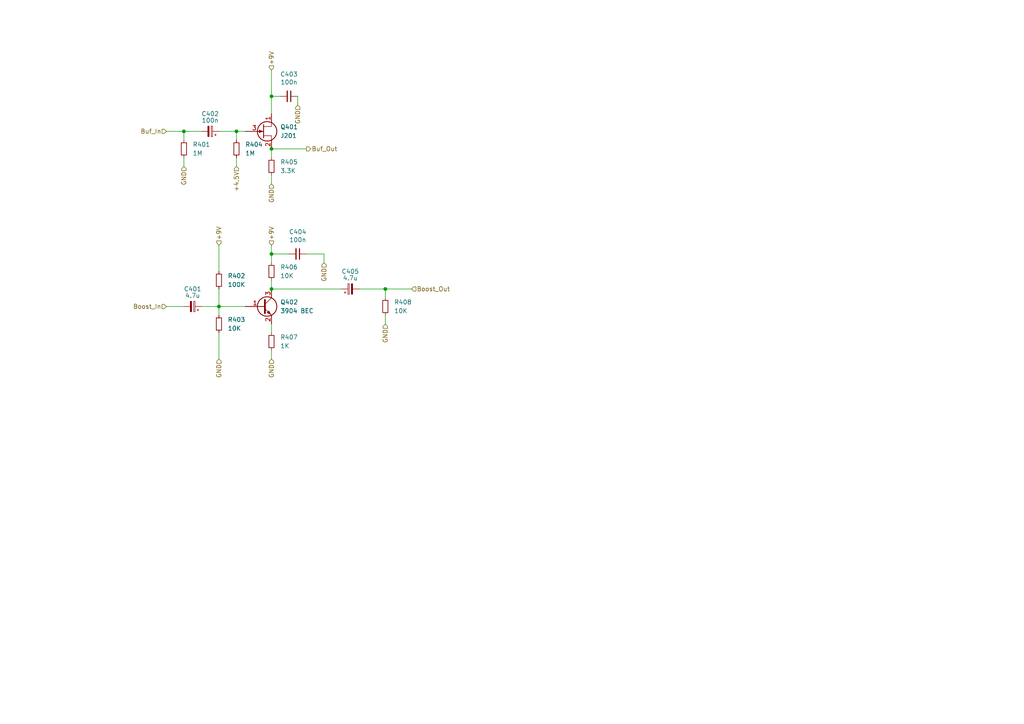
<source format=kicad_sch>
(kicad_sch (version 20211123) (generator eeschema)
  (paper "A4")
  (lib_symbols
    (symbol "Device:C_Polarized_Small" (pin_numbers hide) (pin_names (offset 0.254) hide)
      (property "Reference" "C" (at 0.254 1.778 0))
      (property "Value" "C_Polarized_Small" (at 0.254 -2.032 0))
      (symbol "C_Polarized_Small_0_1"
        (rectangle (start -1.524 -0.3048) (end 1.524 -0.6858) (fill (type outline)))
        (rectangle (start -1.524 0.6858) (end 1.524 0.3048))
        (polyline (pts (xy -1.27 1.524) (xy -0.762 1.524)))
        (polyline (pts (xy -1.016 1.27) (xy -1.016 1.778)))
      )
      (symbol "C_Polarized_Small_1_1"
        (pin passive line (at 0 2.54 270) (length 1.8542) (name "~") (number "1"))
        (pin passive line (at 0 -2.54 90) (length 1.8542) (name "~") (number "2"))
      )
    )
    (symbol "Device:C_Small" (pin_numbers hide) (pin_names (offset 0.254) hide)
      (property "Reference" "C" (at 0.254 1.778 0))
      (property "Value" "C_Small" (at 0.254 -2.032 0))
      (symbol "C_Small_0_1"
        (polyline (pts (xy -1.524 -0.508) (xy 1.524 -0.508)) (stroke (width 0.3302)))
        (polyline (pts (xy -1.524 0.508) (xy 1.524 0.508)) (stroke (width 0.3048)))
      )
      (symbol "C_Small_1_1"
        (pin passive line (at 0 2.54 270) (length 2.032) (name "~") (number "1"))
        (pin passive line (at 0 -2.54 90) (length 2.032) (name "~") (number "2"))
      )
    )
    (symbol "Device:Q_NJFET_DSG" (pin_names (offset 0) hide)
      (property "Reference" "Q" (at 5.08 1.27 0))
      (property "Value" "Q_NJFET_DSG" (at 5.08 -1.27 0))
      (symbol "Q_NJFET_DSG_0_1"
        (polyline (pts (xy 0.254 1.905) (xy 0.254 -1.905) (xy 0.254 -1.905)) (stroke (width 0.254)))
        (polyline (pts (xy 2.54 -2.54) (xy 2.54 -1.27) (xy 0.254 -1.27)))
        (polyline (pts (xy 2.54 2.54) (xy 2.54 1.397) (xy 0.254 1.397)))
        (polyline (pts (xy 0 0) (xy -1.016 0.381) (xy -1.016 -0.381) (xy 0 0)) (fill (type outline)))
        (circle (center 1.27 0) (radius 2.8194) (stroke (width 0.254)))
      )
      (symbol "Q_NJFET_DSG_1_1"
        (pin passive line (at 2.54 5.08 270) (length 2.54) (name "D") (number "1"))
        (pin passive line (at 2.54 -5.08 90) (length 2.54) (name "S") (number "2"))
        (pin input line (at -5.08 0 0) (length 5.334) (name "G") (number "3"))
      )
    )
    (symbol "Device:Q_NPN_BEC" (pin_names (offset 0) hide)
      (property "Reference" "Q" (at 5.08 1.27 0))
      (property "Value" "Q_NPN_BEC" (at 5.08 -1.27 0))
      (symbol "Q_NPN_BEC_0_1"
        (polyline (pts (xy 0.635 0.635) (xy 2.54 2.54)))
        (polyline (pts (xy 0.635 -0.635) (xy 2.54 -2.54) (xy 2.54 -2.54)))
        (polyline (pts (xy 0.635 1.905) (xy 0.635 -1.905) (xy 0.635 -1.905)) (stroke (width 0.508)))
        (polyline (pts (xy 1.27 -1.778) (xy 1.778 -1.27) (xy 2.286 -2.286) (xy 1.27 -1.778) (xy 1.27 -1.778)) (fill (type outline)))
        (circle (center 1.27 0) (radius 2.8194) (stroke (width 0.254)))
      )
      (symbol "Q_NPN_BEC_1_1"
        (pin input line (at -5.08 0 0) (length 5.715) (name "B") (number "1"))
        (pin passive line (at 2.54 -5.08 90) (length 2.54) (name "E") (number "2"))
        (pin passive line (at 2.54 5.08 270) (length 2.54) (name "C") (number "3"))
      )
    )
    (symbol "Device:R_Small" (pin_numbers hide) (pin_names (offset 0.254) hide)
      (property "Reference" "R" (at 0.762 0.508 0))
      (property "Value" "R_Small" (at 0.762 -1.016 0))
      (symbol "R_Small_0_1"
        (rectangle (start -0.762 1.778) (end 0.762 -1.778) (stroke (width 0.2032)))
      )
      (symbol "R_Small_1_1"
        (pin passive line (at 0 2.54 270) (length 0.762) (name "~") (number "1"))
        (pin passive line (at 0 -2.54 90) (length 0.762) (name "~") (number "2"))
      )
    )
  )
  (junction (at 111.76 83.82))
  (junction (at 78.74 43.18))
  (junction (at 68.58 38.1))
  (junction (at 63.5 88.9))
  (junction (at 53.34 38.1))
  (junction (at 78.74 73.66))
  (junction (at 78.74 27.94))
  (junction (at 78.74 83.82))
  (wire (pts (xy 63.5 38.1) (xy 68.58 38.1)))
  (wire (pts (xy 63.5 96.52) (xy 63.5 104.14)))
  (wire (pts (xy 58.42 88.9) (xy 63.5 88.9)))
  (wire (pts (xy 58.42 38.1) (xy 53.34 38.1)))
  (wire (pts (xy 68.58 38.1) (xy 71.12 38.1)))
  (wire (pts (xy 78.74 20.32) (xy 78.74 27.94)))
  (wire (pts (xy 93.98 73.66) (xy 93.98 76.2)))
  (wire (pts (xy 48.26 88.9) (xy 53.34 88.9)))
  (wire (pts (xy 111.76 86.36) (xy 111.76 83.82)))
  (wire (pts (xy 68.58 45.72) (xy 68.58 48.26)))
  (wire (pts (xy 78.74 43.18) (xy 78.74 45.72)))
  (wire (pts (xy 78.74 71.12) (xy 78.74 73.66)))
  (wire (pts (xy 78.74 43.18) (xy 88.9 43.18)))
  (wire (pts (xy 63.5 71.12) (xy 63.5 78.74)))
  (wire (pts (xy 78.74 27.94) (xy 78.74 33.02)))
  (wire (pts (xy 78.74 101.6) (xy 78.74 104.14)))
  (wire (pts (xy 53.34 45.72) (xy 53.34 48.26)))
  (wire (pts (xy 111.76 91.44) (xy 111.76 93.98)))
  (wire (pts (xy 78.74 73.66) (xy 78.74 76.2)))
  (wire (pts (xy 78.74 73.66) (xy 83.82 73.66)))
  (wire (pts (xy 78.74 50.8) (xy 78.74 53.34)))
  (wire (pts (xy 111.76 83.82) (xy 119.38 83.82)))
  (wire (pts (xy 86.36 27.94) (xy 86.36 30.48)))
  (wire (pts (xy 78.74 83.82) (xy 99.06 83.82)))
  (wire (pts (xy 63.5 88.9) (xy 71.12 88.9)))
  (wire (pts (xy 63.5 88.9) (xy 63.5 91.44)))
  (wire (pts (xy 68.58 38.1) (xy 68.58 40.64)))
  (wire (pts (xy 81.28 27.94) (xy 78.74 27.94)))
  (wire (pts (xy 78.74 81.28) (xy 78.74 83.82)))
  (wire (pts (xy 111.76 83.82) (xy 104.14 83.82)))
  (wire (pts (xy 48.26 38.1) (xy 53.34 38.1)))
  (wire (pts (xy 93.98 73.66) (xy 88.9 73.66)))
  (wire (pts (xy 78.74 93.98) (xy 78.74 96.52)))
  (wire (pts (xy 63.5 83.82) (xy 63.5 88.9)))
  (wire (pts (xy 53.34 38.1) (xy 53.34 40.64)))
  (hierarchical_label "GND" (shape input) (at 63.5 104.14 270))
  (hierarchical_label "Buf_In" (shape input) (at 48.26 38.1 180))
  (hierarchical_label "GND" (shape input) (at 78.74 53.34 270))
  (hierarchical_label "Boost_In" (shape input) (at 48.26 88.9 180))
  (hierarchical_label "GND" (shape input) (at 86.36 30.48 270))
  (hierarchical_label "GND" (shape input) (at 111.76 93.98 270))
  (hierarchical_label "GND" (shape input) (at 53.34 48.26 270))
  (hierarchical_label "+9V" (shape input) (at 78.74 71.12 90))
  (hierarchical_label "GND" (shape input) (at 93.98 76.2 270))
  (hierarchical_label "Buf_Out" (shape output) (at 88.9 43.18 0))
  (hierarchical_label "+4.5V" (shape input) (at 68.58 48.26 270))
  (hierarchical_label "GND" (shape input) (at 78.74 104.14 270))
  (hierarchical_label "+9V" (shape input) (at 63.5 71.12 90))
  (hierarchical_label "Boost_Out" (shape input) (at 119.38 83.82 0))
  (hierarchical_label "+9V" (shape input) (at 78.74 20.32 90))
  (symbol (lib_id "Device:C_Small") (at 86.36 73.66 270) (unit 1)
    (property "Reference" "C404" (at 86.36 67.2592 90))
    (property "Value" "100n" (at 86.36 69.5706 90))
    (property "Footprint" "Capacitor_SMD:C_0603_1608Metric_Pad1.08x0.95mm_HandSolder" (effects hide))
    (property "LCSC" "C497032" (effects hide))
    (property "Mouser" "80-C0603C104M5RAUTO" (effects hide))
  )
  (symbol (lib_id "Device:C_Polarized_Small") (at 55.88 88.9 270) (mirror x) (unit 1)
    (property "Reference" "C401" (at 55.88 83.82 90))
    (property "Value" "4.7u" (at 55.88 85.725 90))
    (property "Footprint" "Capacitor_SMD:CP_Elec_4x5.4" (effects hide))
    (property "LCSC" "C213488" (effects hide))
    (property "Mouser" "80-T491A106K010" (effects hide))
  )
  (symbol (lib_id "Device:R_Small") (at 63.5 93.98 0) (unit 1)
    (property "Reference" "R403" (at 66.04 92.7099 0) (effects (justify left)))
    (property "Value" "10K" (at 66.04 95.2499 0) (effects (justify left)))
    (property "Footprint" "Resistor_SMD:R_0603_1608Metric_Pad0.98x0.95mm_HandSolder" (effects hide))
  )
  (symbol (lib_id "Device:R_Small") (at 78.74 78.74 0) (unit 1)
    (property "Reference" "R406" (at 81.28 77.4699 0) (effects (justify left)))
    (property "Value" "10K" (at 81.28 80.0099 0) (effects (justify left)))
    (property "Footprint" "Resistor_SMD:R_0603_1608Metric_Pad0.98x0.95mm_HandSolder" (effects hide))
  )
  (symbol (lib_id "Device:Q_NJFET_DSG") (at 76.2 38.1 0) (unit 1)
    (property "Reference" "Q401" (at 81.28 36.8299 0) (effects (justify left)))
    (property "Value" "J201" (at 81.28 39.3699 0) (effects (justify left)))
    (property "Footprint" "Package_TO_SOT_SMD:SOT-23_Handsoldering" (effects hide))
    (property "LCSC" "C891687" (effects hide))
  )
  (symbol (lib_id "Device:C_Polarized_Small") (at 101.6 83.82 90) (unit 1)
    (property "Reference" "C405" (at 101.6 78.74 90))
    (property "Value" "4.7u" (at 101.6 80.645 90))
    (property "Footprint" "Capacitor_SMD:CP_Elec_4x5.4" (effects hide))
    (property "LCSC" "C213488" (effects hide))
    (property "Mouser" "80-T491A475M025AT " (effects hide))
  )
  (symbol (lib_id "Device:C_Polarized_Small") (at 60.96 38.1 270) (mirror x) (unit 1)
    (property "Reference" "C402" (at 60.96 33.02 90))
    (property "Value" "100n" (at 60.96 34.925 90))
    (property "Footprint" "Capacitor_SMD:CP_Elec_4x5.4" (effects hide))
    (property "Mouser" "710-865080440002" (effects hide))
  )
  (symbol (lib_id "Device:R_Small") (at 63.5 81.28 0) (unit 1)
    (property "Reference" "R402" (at 66.04 80.0099 0) (effects (justify left)))
    (property "Value" "100K" (at 66.04 82.5499 0) (effects (justify left)))
    (property "Footprint" "Resistor_SMD:R_0603_1608Metric_Pad0.98x0.95mm_HandSolder" (effects hide))
  )
  (symbol (lib_id "Device:Q_NPN_BEC") (at 76.2 88.9 0) (unit 1)
    (property "Reference" "Q402" (at 81.28 87.6299 0) (effects (justify left)))
    (property "Value" "3904 BEC" (at 81.28 90.1699 0) (effects (justify left)))
    (property "Footprint" "Package_TO_SOT_SMD:SOT-23_Handsoldering" (effects hide))
    (property "LCSC" "C20526" (effects hide))
  )
  (symbol (lib_id "Device:R_Small") (at 53.34 43.18 0) (unit 1)
    (property "Reference" "R401" (at 55.88 41.9099 0) (effects (justify left)))
    (property "Value" "1M" (at 55.88 44.4499 0) (effects (justify left)))
    (property "Footprint" "Resistor_SMD:R_0603_1608Metric_Pad0.98x0.95mm_HandSolder" (effects hide))
  )
  (symbol (lib_id "Device:R_Small") (at 78.74 99.06 0) (unit 1)
    (property "Reference" "R407" (at 81.28 97.7899 0) (effects (justify left)))
    (property "Value" "1K" (at 81.28 100.3299 0) (effects (justify left)))
    (property "Footprint" "Resistor_SMD:R_0603_1608Metric_Pad0.98x0.95mm_HandSolder" (effects hide))
  )
  (symbol (lib_id "Device:R_Small") (at 111.76 88.9 0) (unit 1)
    (property "Reference" "R408" (at 114.3 87.6299 0) (effects (justify left)))
    (property "Value" "10K" (at 114.3 90.1699 0) (effects (justify left)))
    (property "Footprint" "Resistor_SMD:R_0603_1608Metric_Pad0.98x0.95mm_HandSolder" (effects hide))
  )
  (symbol (lib_id "Device:R_Small") (at 68.58 43.18 0) (unit 1)
    (property "Reference" "R404" (at 71.12 41.9099 0) (effects (justify left)))
    (property "Value" "1M" (at 71.12 44.4499 0) (effects (justify left)))
    (property "Footprint" "Resistor_SMD:R_0603_1608Metric_Pad0.98x0.95mm_HandSolder" (effects hide))
  )
  (symbol (lib_id "Device:C_Small") (at 83.82 27.94 270) (unit 1)
    (property "Reference" "C403" (at 83.82 21.5392 90))
    (property "Value" "100n" (at 83.82 23.8506 90))
    (property "Footprint" "Capacitor_SMD:C_0603_1608Metric_Pad1.08x0.95mm_HandSolder" (effects hide))
    (property "LCSC" "C497032" (effects hide))
    (property "Mouser" "80-C0603C104M5RAUTO" (effects hide))
  )
  (symbol (lib_id "Device:R_Small") (at 78.74 48.26 0) (unit 1)
    (property "Reference" "R405" (at 81.28 46.9899 0) (effects (justify left)))
    (property "Value" "3.3K" (at 81.28 49.5299 0) (effects (justify left)))
    (property "Footprint" "Resistor_SMD:R_0603_1608Metric_Pad0.98x0.95mm_HandSolder" (effects hide))
  )
)
</source>
